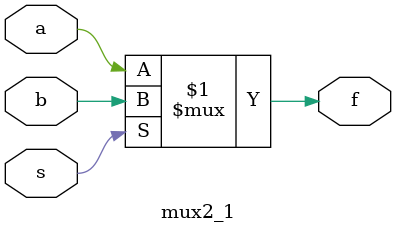
<source format=v>
module mux2_1(f,a,b,s);
	input a,b,s;
	output f;
	//assign f=((a&~s)|(b&s));
	assign f=s?b:a;
endmodule
</source>
